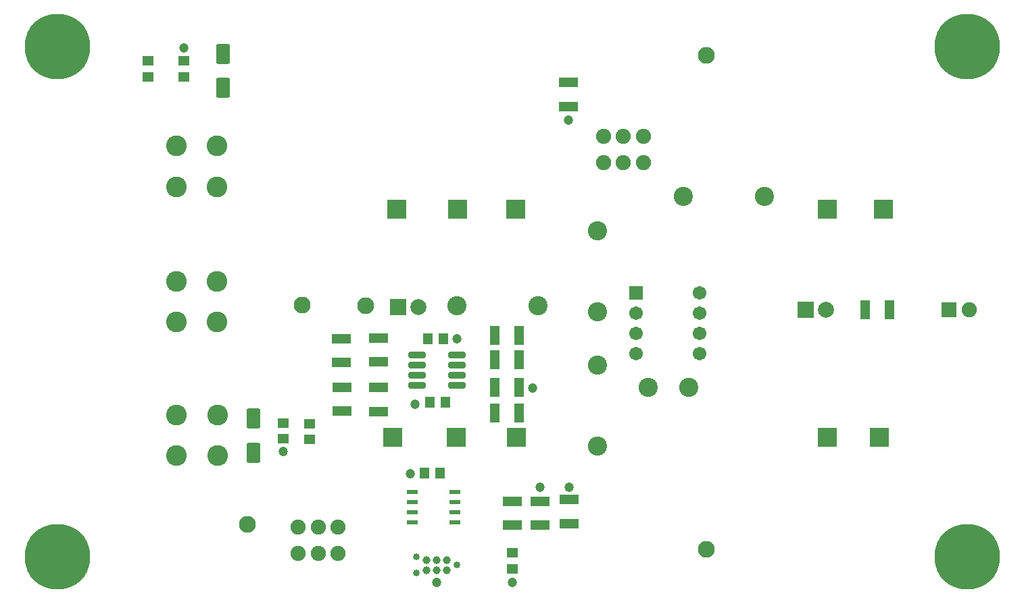
<source format=gbr>
G04*
G04 #@! TF.GenerationSoftware,Altium Limited,Altium Designer,24.1.2 (44)*
G04*
G04 Layer_Color=8757620*
%FSLAX44Y44*%
%MOMM*%
G71*
G04*
G04 #@! TF.SameCoordinates,10F89063-6A89-4F28-B77B-1E7584C9D983*
G04*
G04*
G04 #@! TF.FilePolarity,Negative*
G04*
G01*
G75*
%ADD19C,2.1032*%
%ADD20C,2.0032*%
%ADD21R,2.0032X2.0032*%
%ADD22C,1.9032*%
%ADD23R,1.7032X1.7032*%
%ADD24C,1.7032*%
%ADD25C,2.6032*%
%ADD26C,8.2032*%
%ADD27R,1.9032X1.9032*%
%ADD28C,2.4028*%
%ADD29C,0.8500*%
%ADD30R,2.4032X2.4032*%
%ADD31R,2.4032X2.4032*%
%ADD32C,2.4032*%
%ADD33C,1.2032*%
%ADD52R,1.3970X0.5588*%
%ADD59R,1.2192X2.4638*%
%ADD60R,2.4638X1.2192*%
%ADD61R,1.4532X1.2032*%
%ADD62R,1.2032X1.4532*%
G04:AMPARAMS|DCode=63|XSize=2.5332mm|YSize=1.7532mm|CornerRadius=0.2954mm|HoleSize=0mm|Usage=FLASHONLY|Rotation=90.000|XOffset=0mm|YOffset=0mm|HoleType=Round|Shape=RoundedRectangle|*
%AMROUNDEDRECTD63*
21,1,2.5332,1.1625,0,0,90.0*
21,1,1.9425,1.7532,0,0,90.0*
1,1,0.5907,0.5813,0.9712*
1,1,0.5907,0.5813,-0.9712*
1,1,0.5907,-0.5813,-0.9712*
1,1,0.5907,-0.5813,0.9712*
%
%ADD63ROUNDEDRECTD63*%
G04:AMPARAMS|DCode=64|XSize=2.1732mm|YSize=0.8032mm|CornerRadius=0.1766mm|HoleSize=0mm|Usage=FLASHONLY|Rotation=180.000|XOffset=0mm|YOffset=0mm|HoleType=Round|Shape=RoundedRectangle|*
%AMROUNDEDRECTD64*
21,1,2.1732,0.4500,0,0,180.0*
21,1,1.8200,0.8032,0,0,180.0*
1,1,0.3532,-0.9100,0.2250*
1,1,0.3532,0.9100,0.2250*
1,1,0.3532,0.9100,-0.2250*
1,1,0.3532,-0.9100,-0.2250*
%
%ADD64ROUNDEDRECTD64*%
%ADD65C,1.0032*%
D19*
X893500Y89750D02*
D03*
X466500Y395250D02*
D03*
X386500Y395750D02*
D03*
X893500Y709000D02*
D03*
X318250Y120750D02*
D03*
D20*
X532450Y393750D02*
D03*
X1042700Y390000D02*
D03*
D21*
X507050Y393750D02*
D03*
X1017300Y390000D02*
D03*
D22*
X789250Y574250D02*
D03*
X764250D02*
D03*
Y607250D02*
D03*
X789250D02*
D03*
X814250D02*
D03*
Y574250D02*
D03*
X407000Y84250D02*
D03*
X382000D02*
D03*
Y117250D02*
D03*
X407000D02*
D03*
X432000D02*
D03*
Y84250D02*
D03*
X1222700Y390000D02*
D03*
D23*
X805550Y410850D02*
D03*
D24*
Y385450D02*
D03*
Y360050D02*
D03*
Y334650D02*
D03*
X884950D02*
D03*
Y360050D02*
D03*
Y385450D02*
D03*
Y410850D02*
D03*
D25*
X280750Y207250D02*
D03*
X229750D02*
D03*
X280750Y258250D02*
D03*
X229750D02*
D03*
X229500Y595500D02*
D03*
X280500D02*
D03*
X229500Y544500D02*
D03*
X280500D02*
D03*
X229500Y425500D02*
D03*
X280500D02*
D03*
X229500Y374500D02*
D03*
X280500D02*
D03*
D26*
X1220000Y720000D02*
D03*
X80000D02*
D03*
Y80000D02*
D03*
X1220000D02*
D03*
D27*
X1197300Y390000D02*
D03*
D28*
X757000Y219200D02*
D03*
Y320800D02*
D03*
X580950Y394750D02*
D03*
X682550D02*
D03*
X756750Y489550D02*
D03*
Y387950D02*
D03*
X864200Y532500D02*
D03*
X965800D02*
D03*
D29*
X529600Y59840D02*
D03*
Y80160D02*
D03*
X580400Y70000D02*
D03*
D30*
X654745Y516249D02*
D03*
X581750Y516250D02*
D03*
X505745Y516249D02*
D03*
X655000Y230000D02*
D03*
X580000D02*
D03*
X500000D02*
D03*
X1115000Y516250D02*
D03*
X1045000D02*
D03*
Y230000D02*
D03*
D31*
X1110000D02*
D03*
D32*
X820600Y292500D02*
D03*
X871400D02*
D03*
D33*
X528500Y271298D02*
D03*
X581000Y353250D02*
D03*
X650500Y48000D02*
D03*
X555250Y48250D02*
D03*
X238500Y718250D02*
D03*
X675750Y291750D02*
D03*
X721000Y167500D02*
D03*
X720750Y627750D02*
D03*
X685000Y167500D02*
D03*
X363500Y212250D02*
D03*
X522500Y184750D02*
D03*
D52*
X524727Y161590D02*
D03*
Y148890D02*
D03*
Y136190D02*
D03*
Y123490D02*
D03*
X577813D02*
D03*
Y136190D02*
D03*
Y148890D02*
D03*
Y161590D02*
D03*
D59*
X628500Y357750D02*
D03*
X658500D02*
D03*
X658500Y327750D02*
D03*
X628500D02*
D03*
X658500Y260250D02*
D03*
X628500D02*
D03*
X1092500Y390000D02*
D03*
X1122500D02*
D03*
X658500Y292750D02*
D03*
X628500D02*
D03*
D60*
X482750Y324750D02*
D03*
Y354750D02*
D03*
X482250Y262500D02*
D03*
Y292500D02*
D03*
X720750Y645250D02*
D03*
Y675250D02*
D03*
X436250Y354000D02*
D03*
Y324000D02*
D03*
X436500Y262750D02*
D03*
Y292750D02*
D03*
X721500Y152000D02*
D03*
Y122000D02*
D03*
X650000Y120000D02*
D03*
Y150000D02*
D03*
X685000D02*
D03*
Y120000D02*
D03*
D61*
X193750Y702250D02*
D03*
Y682250D02*
D03*
X650000Y85000D02*
D03*
Y65000D02*
D03*
X396000Y227250D02*
D03*
Y247250D02*
D03*
X238750Y702250D02*
D03*
Y682250D02*
D03*
X363500Y248000D02*
D03*
Y228000D02*
D03*
D62*
X546750Y274000D02*
D03*
X566750D02*
D03*
X564250Y353500D02*
D03*
X544250D02*
D03*
X560000Y185000D02*
D03*
X540000D02*
D03*
D63*
X287500Y711350D02*
D03*
Y668650D02*
D03*
X326250Y253350D02*
D03*
Y210650D02*
D03*
D64*
X530988Y333292D02*
D03*
Y320592D02*
D03*
Y307892D02*
D03*
Y295191D02*
D03*
X580388D02*
D03*
Y307892D02*
D03*
Y320592D02*
D03*
Y333292D02*
D03*
D65*
X542300Y76350D02*
D03*
X567700Y63650D02*
D03*
Y76350D02*
D03*
X555000Y63650D02*
D03*
X542300D02*
D03*
X555000Y76350D02*
D03*
M02*

</source>
